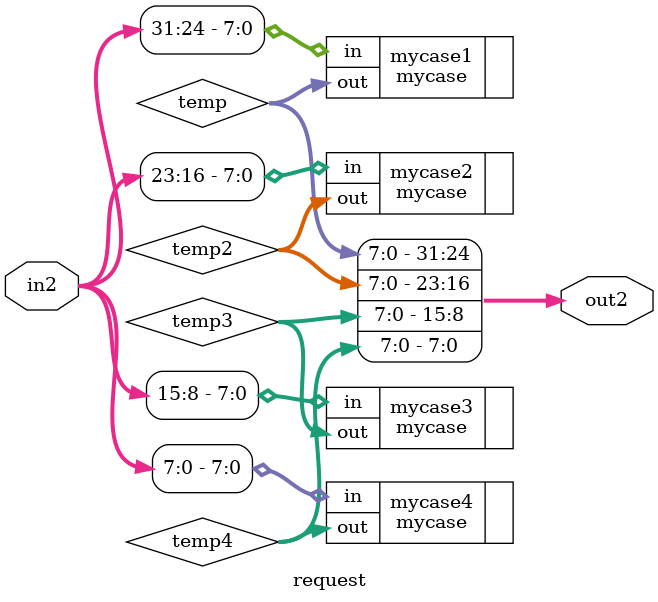
<source format=v>
`timescale 1ns / 1ps
module request(
    input [31:0] in2,
    output reg [31:0] out2
    );
	 
	 wire [7:0]temp;
	 wire [7:0]temp2;
	 wire [7:0]temp3;
	 wire [7:0]temp4;
	 
mycase mycase1(
	.in(in2[31:24]),
	.out(temp)
);
mycase mycase2(
	.in(in2[23:16]),
	.out(temp2)
);
mycase mycase3(
	.in(in2[15:8]),
	.out(temp3)
);
mycase mycase4(
	.in(in2[7:0]),
	.out(temp4)
);


always@(temp)
begin
 out2[31:24] = temp;
end

always@(temp2)
begin
out2[23:16] = temp2;
end

always@(temp3)
begin
out2[15:8] = temp3;
end

always@(temp4)
begin
out2[7:0] = temp4;
end

endmodule

</source>
